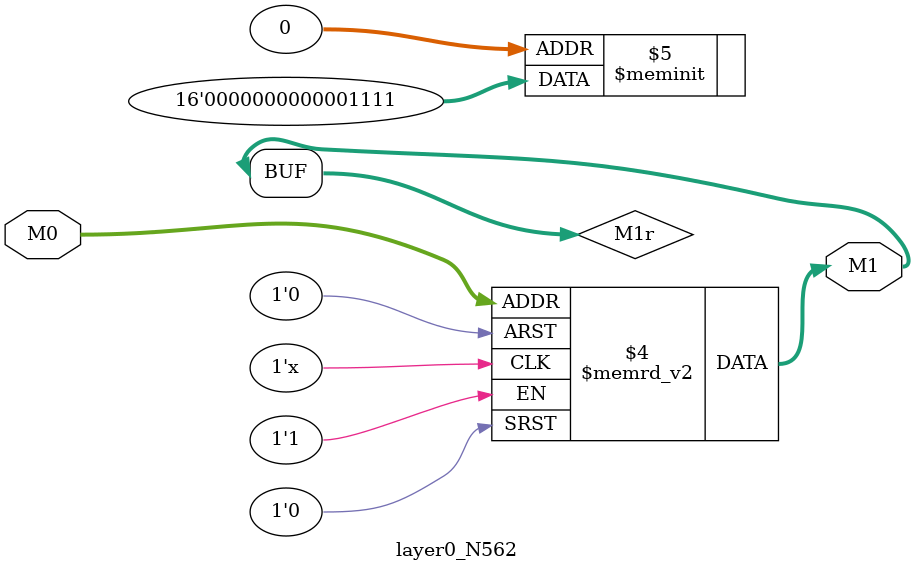
<source format=v>
module layer0_N562 ( input [2:0] M0, output [1:0] M1 );

	(*rom_style = "distributed" *) reg [1:0] M1r;
	assign M1 = M1r;
	always @ (M0) begin
		case (M0)
			3'b000: M1r = 2'b11;
			3'b100: M1r = 2'b00;
			3'b010: M1r = 2'b00;
			3'b110: M1r = 2'b00;
			3'b001: M1r = 2'b11;
			3'b101: M1r = 2'b00;
			3'b011: M1r = 2'b00;
			3'b111: M1r = 2'b00;

		endcase
	end
endmodule

</source>
